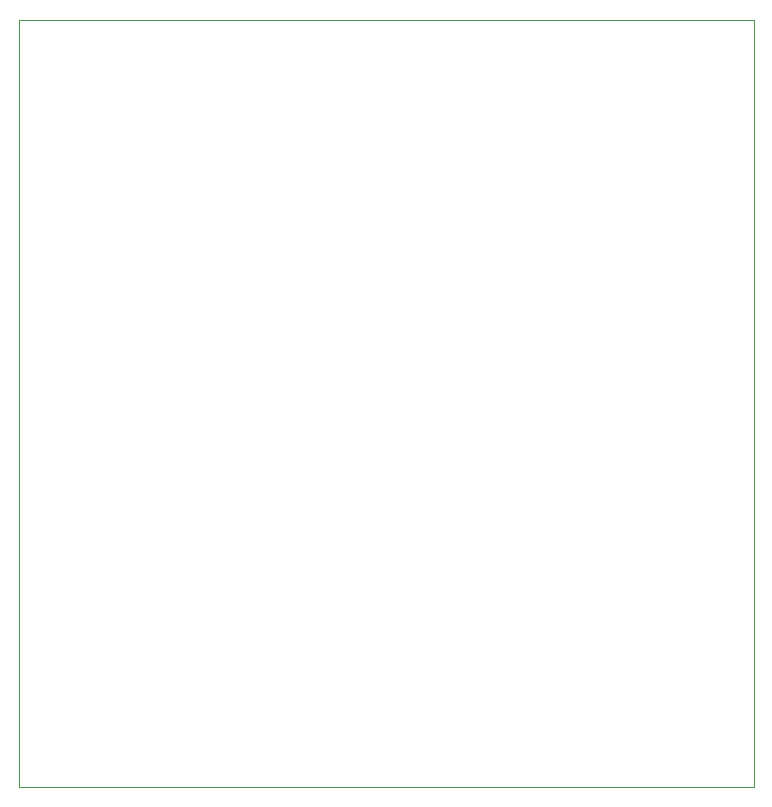
<source format=gbr>
%TF.GenerationSoftware,KiCad,Pcbnew,9.0.1*%
%TF.CreationDate,2025-06-28T16:11:33-04:00*%
%TF.ProjectId,nixie-hvdc,6e697869-652d-4687-9664-632e6b696361,rev?*%
%TF.SameCoordinates,Original*%
%TF.FileFunction,Profile,NP*%
%FSLAX46Y46*%
G04 Gerber Fmt 4.6, Leading zero omitted, Abs format (unit mm)*
G04 Created by KiCad (PCBNEW 9.0.1) date 2025-06-28 16:11:33*
%MOMM*%
%LPD*%
G01*
G04 APERTURE LIST*
%TA.AperFunction,Profile*%
%ADD10C,0.050000*%
%TD*%
G04 APERTURE END LIST*
D10*
X120250000Y-61500000D02*
X182500000Y-61500000D01*
X182500000Y-126500000D01*
X120250000Y-126500000D01*
X120250000Y-61500000D01*
M02*

</source>
